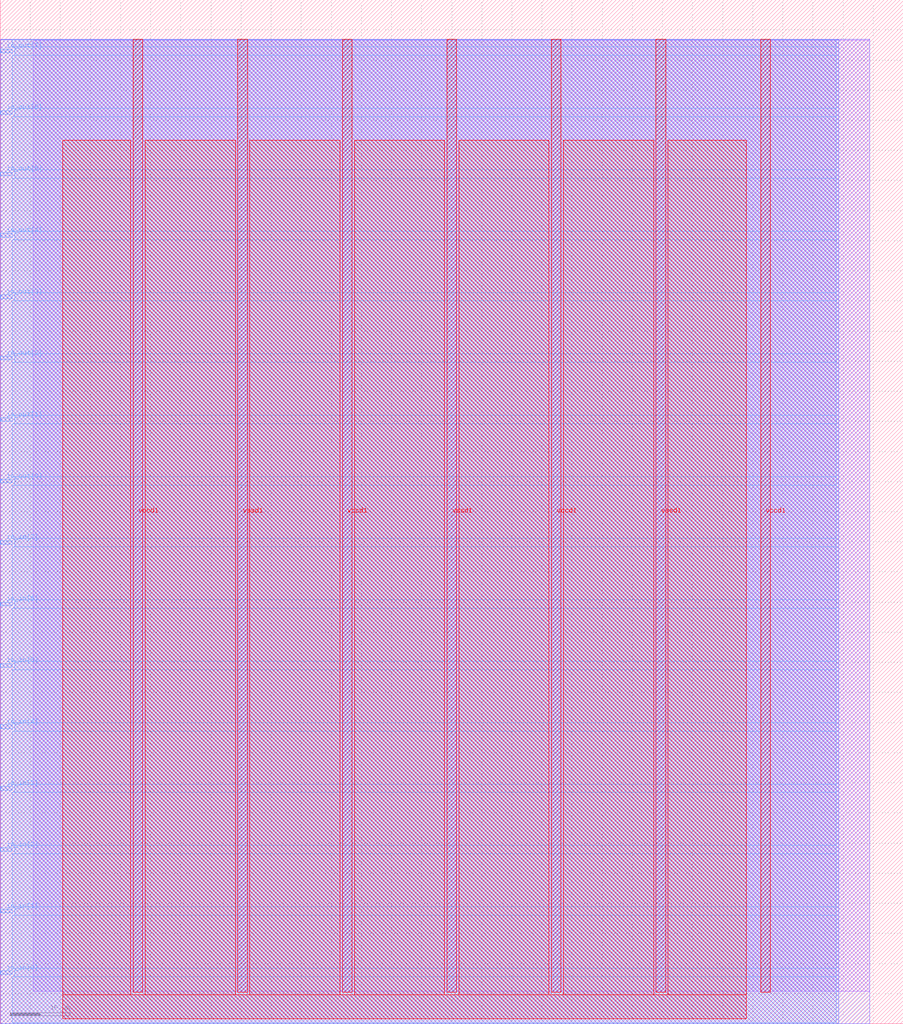
<source format=lef>
VERSION 5.7 ;
  NOWIREEXTENSIONATPIN ON ;
  DIVIDERCHAR "/" ;
  BUSBITCHARS "[]" ;
MACRO jar_pi
  CLASS BLOCK ;
  FOREIGN jar_pi ;
  ORIGIN 0.000 0.000 ;
  SIZE 150.000 BY 170.000 ;
  PIN io_in[0]
    DIRECTION INPUT ;
    USE SIGNAL ;
    PORT
      LAYER met3 ;
        RECT 0.000 8.200 2.000 8.800 ;
    END
  END io_in[0]
  PIN io_in[1]
    DIRECTION INPUT ;
    USE SIGNAL ;
    PORT
      LAYER met3 ;
        RECT 0.000 18.400 2.000 19.000 ;
    END
  END io_in[1]
  PIN io_in[2]
    DIRECTION INPUT ;
    USE SIGNAL ;
    PORT
      LAYER met3 ;
        RECT 0.000 28.600 2.000 29.200 ;
    END
  END io_in[2]
  PIN io_in[3]
    DIRECTION INPUT ;
    USE SIGNAL ;
    PORT
      LAYER met3 ;
        RECT 0.000 38.800 2.000 39.400 ;
    END
  END io_in[3]
  PIN io_in[4]
    DIRECTION INPUT ;
    USE SIGNAL ;
    PORT
      LAYER met3 ;
        RECT 0.000 49.000 2.000 49.600 ;
    END
  END io_in[4]
  PIN io_in[5]
    DIRECTION INPUT ;
    USE SIGNAL ;
    PORT
      LAYER met3 ;
        RECT 0.000 59.200 2.000 59.800 ;
    END
  END io_in[5]
  PIN io_in[6]
    DIRECTION INPUT ;
    USE SIGNAL ;
    PORT
      LAYER met3 ;
        RECT 0.000 69.400 2.000 70.000 ;
    END
  END io_in[6]
  PIN io_in[7]
    DIRECTION INPUT ;
    USE SIGNAL ;
    PORT
      LAYER met3 ;
        RECT 0.000 79.600 2.000 80.200 ;
    END
  END io_in[7]
  PIN io_out[0]
    DIRECTION OUTPUT TRISTATE ;
    USE SIGNAL ;
    PORT
      LAYER met3 ;
        RECT 0.000 89.800 2.000 90.400 ;
    END
  END io_out[0]
  PIN io_out[1]
    DIRECTION OUTPUT TRISTATE ;
    USE SIGNAL ;
    PORT
      LAYER met3 ;
        RECT 0.000 100.000 2.000 100.600 ;
    END
  END io_out[1]
  PIN io_out[2]
    DIRECTION OUTPUT TRISTATE ;
    USE SIGNAL ;
    PORT
      LAYER met3 ;
        RECT 0.000 110.200 2.000 110.800 ;
    END
  END io_out[2]
  PIN io_out[3]
    DIRECTION OUTPUT TRISTATE ;
    USE SIGNAL ;
    PORT
      LAYER met3 ;
        RECT 0.000 120.400 2.000 121.000 ;
    END
  END io_out[3]
  PIN io_out[4]
    DIRECTION OUTPUT TRISTATE ;
    USE SIGNAL ;
    PORT
      LAYER met3 ;
        RECT 0.000 130.600 2.000 131.200 ;
    END
  END io_out[4]
  PIN io_out[5]
    DIRECTION OUTPUT TRISTATE ;
    USE SIGNAL ;
    PORT
      LAYER met3 ;
        RECT 0.000 140.800 2.000 141.400 ;
    END
  END io_out[5]
  PIN io_out[6]
    DIRECTION OUTPUT TRISTATE ;
    USE SIGNAL ;
    PORT
      LAYER met3 ;
        RECT 0.000 151.000 2.000 151.600 ;
    END
  END io_out[6]
  PIN io_out[7]
    DIRECTION OUTPUT TRISTATE ;
    USE SIGNAL ;
    PORT
      LAYER met3 ;
        RECT 0.000 161.200 2.000 161.800 ;
    END
  END io_out[7]
  PIN vccd1
    DIRECTION INOUT ;
    USE POWER ;
    PORT
      LAYER met4 ;
        RECT 22.090 5.200 23.690 163.440 ;
    END
    PORT
      LAYER met4 ;
        RECT 56.830 5.200 58.430 163.440 ;
    END
    PORT
      LAYER met4 ;
        RECT 91.570 5.200 93.170 163.440 ;
    END
    PORT
      LAYER met4 ;
        RECT 126.310 5.200 127.910 163.440 ;
    END
  END vccd1
  PIN vssd1
    DIRECTION INOUT ;
    USE GROUND ;
    PORT
      LAYER met4 ;
        RECT 39.460 5.200 41.060 163.440 ;
    END
    PORT
      LAYER met4 ;
        RECT 74.200 5.200 75.800 163.440 ;
    END
    PORT
      LAYER met4 ;
        RECT 108.940 5.200 110.540 163.440 ;
    END
  END vssd1
  OBS
      LAYER li1 ;
        RECT 5.520 5.355 144.440 163.285 ;
      LAYER met1 ;
        RECT 0.070 0.040 144.440 163.440 ;
      LAYER met2 ;
        RECT 0.100 0.010 139.280 163.385 ;
      LAYER met3 ;
        RECT 2.000 162.200 138.855 163.365 ;
        RECT 2.400 160.800 138.855 162.200 ;
        RECT 2.000 152.000 138.855 160.800 ;
        RECT 2.400 150.600 138.855 152.000 ;
        RECT 2.000 141.800 138.855 150.600 ;
        RECT 2.400 140.400 138.855 141.800 ;
        RECT 2.000 131.600 138.855 140.400 ;
        RECT 2.400 130.200 138.855 131.600 ;
        RECT 2.000 121.400 138.855 130.200 ;
        RECT 2.400 120.000 138.855 121.400 ;
        RECT 2.000 111.200 138.855 120.000 ;
        RECT 2.400 109.800 138.855 111.200 ;
        RECT 2.000 101.000 138.855 109.800 ;
        RECT 2.400 99.600 138.855 101.000 ;
        RECT 2.000 90.800 138.855 99.600 ;
        RECT 2.400 89.400 138.855 90.800 ;
        RECT 2.000 80.600 138.855 89.400 ;
        RECT 2.400 79.200 138.855 80.600 ;
        RECT 2.000 70.400 138.855 79.200 ;
        RECT 2.400 69.000 138.855 70.400 ;
        RECT 2.000 60.200 138.855 69.000 ;
        RECT 2.400 58.800 138.855 60.200 ;
        RECT 2.000 50.000 138.855 58.800 ;
        RECT 2.400 48.600 138.855 50.000 ;
        RECT 2.000 39.800 138.855 48.600 ;
        RECT 2.400 38.400 138.855 39.800 ;
        RECT 2.000 29.600 138.855 38.400 ;
        RECT 2.400 28.200 138.855 29.600 ;
        RECT 2.000 19.400 138.855 28.200 ;
        RECT 2.400 18.000 138.855 19.400 ;
        RECT 2.000 9.200 138.855 18.000 ;
        RECT 2.400 7.800 138.855 9.200 ;
        RECT 2.000 0.175 138.855 7.800 ;
      LAYER met4 ;
        RECT 10.415 4.800 21.690 146.705 ;
        RECT 24.090 4.800 39.060 146.705 ;
        RECT 41.460 4.800 56.430 146.705 ;
        RECT 58.830 4.800 73.800 146.705 ;
        RECT 76.200 4.800 91.170 146.705 ;
        RECT 93.570 4.800 108.540 146.705 ;
        RECT 110.940 4.800 123.905 146.705 ;
        RECT 10.415 0.855 123.905 4.800 ;
  END
END jar_pi
END LIBRARY


</source>
